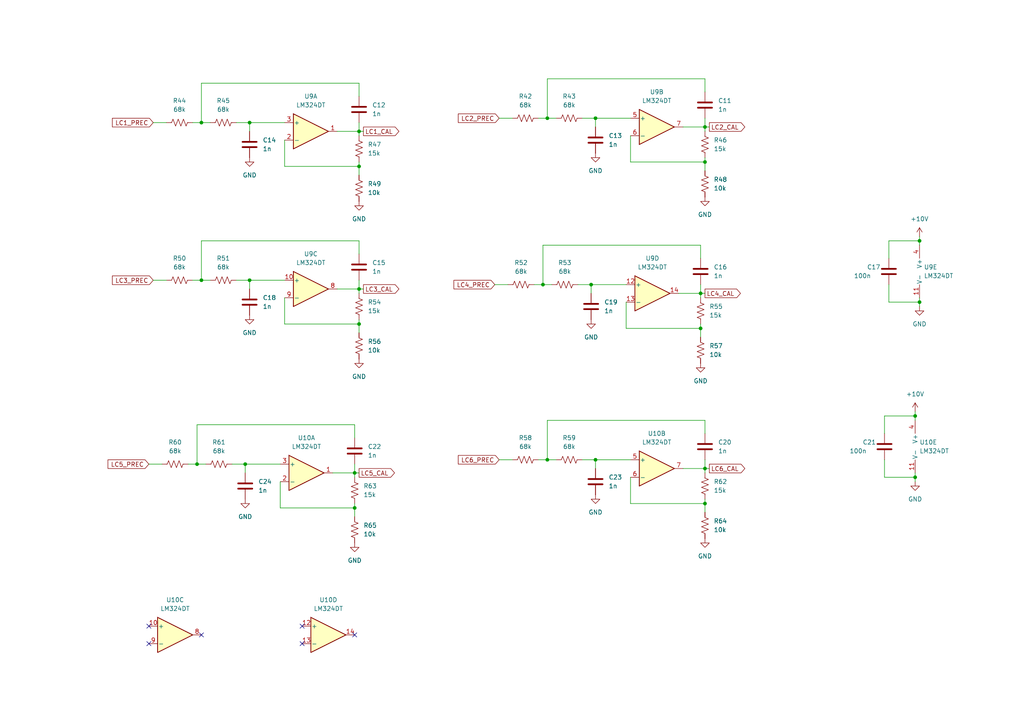
<source format=kicad_sch>
(kicad_sch (version 20211123) (generator eeschema)
  (paper "A4")
  (title_block (title "Load Cell Anti-Aliasing") (rev "1") (company "Rice Eclipse"))
  (lib_symbols
    (symbol "Amplifier_Operational:LM324" (pin_names (offset 0.127))
      (property "Reference" "U" (at 0 5.08 0))
      (property "Value" "LM324" (at 0 -5.08 0))
      (symbol "LM324_1_1"
        (polyline (pts (xy -5.08 5.08) (xy 5.08 0) (xy -5.08 -5.08) (xy -5.08 5.08)) (stroke (width 0.254)) (fill (type background)))
        (pin output line (at 7.62 0 180) (length 2.54) (name "~") (number "1"))
        (pin input line (at -7.62 -2.54 0) (length 2.54) (name "-") (number "2"))
        (pin input line (at -7.62 2.54 0) (length 2.54) (name "+") (number "3"))
      )
      (symbol "LM324_2_1"
        (polyline (pts (xy -5.08 5.08) (xy 5.08 0) (xy -5.08 -5.08) (xy -5.08 5.08)) (stroke (width 0.254)) (fill (type background)))
        (pin input line (at -7.62 2.54 0) (length 2.54) (name "+") (number "5"))
        (pin input line (at -7.62 -2.54 0) (length 2.54) (name "-") (number "6"))
        (pin output line (at 7.62 0 180) (length 2.54) (name "~") (number "7"))
      )
      (symbol "LM324_3_1"
        (polyline (pts (xy -5.08 5.08) (xy 5.08 0) (xy -5.08 -5.08) (xy -5.08 5.08)) (stroke (width 0.254)) (fill (type background)))
        (pin input line (at -7.62 2.54 0) (length 2.54) (name "+") (number "10"))
        (pin output line (at 7.62 0 180) (length 2.54) (name "~") (number "8"))
        (pin input line (at -7.62 -2.54 0) (length 2.54) (name "-") (number "9"))
      )
      (symbol "LM324_4_1"
        (polyline (pts (xy -5.08 5.08) (xy 5.08 0) (xy -5.08 -5.08) (xy -5.08 5.08)) (stroke (width 0.254)) (fill (type background)))
        (pin input line (at -7.62 2.54 0) (length 2.54) (name "+") (number "12"))
        (pin input line (at -7.62 -2.54 0) (length 2.54) (name "-") (number "13"))
        (pin output line (at 7.62 0 180) (length 2.54) (name "~") (number "14"))
      )
      (symbol "LM324_5_1"
        (pin power_in line (at -2.54 -7.62 90) (length 3.81) (name "V-") (number "11"))
        (pin power_in line (at -2.54 7.62 270) (length 3.81) (name "V+") (number "4"))
      )
    )
    (symbol "Device:C" (pin_numbers hide) (pin_names (offset 0.254))
      (property "Reference" "C" (at 0.635 2.54 0))
      (property "Value" "C" (at 0.635 -2.54 0))
      (symbol "C_0_1"
        (polyline (pts (xy -2.032 -0.762) (xy 2.032 -0.762)) (stroke (width 0.508)))
        (polyline (pts (xy -2.032 0.762) (xy 2.032 0.762)) (stroke (width 0.508)))
      )
      (symbol "C_1_1"
        (pin passive line (at 0 3.81 270) (length 2.794) (name "~") (number "1"))
        (pin passive line (at 0 -3.81 90) (length 2.794) (name "~") (number "2"))
      )
    )
    (symbol "Device:R_US" (pin_numbers hide) (pin_names (offset 0))
      (property "Reference" "R" (at 2.54 0 90))
      (property "Value" "R_US" (at -2.54 0 90))
      (symbol "R_US_0_1"
        (polyline (pts (xy 0 -2.286) (xy 0 -2.54)))
        (polyline (pts (xy 0 2.286) (xy 0 2.54)))
        (polyline (pts (xy 0 -0.762) (xy 1.016 -1.143) (xy 0 -1.524) (xy -1.016 -1.905) (xy 0 -2.286)))
        (polyline (pts (xy 0 0.762) (xy 1.016 0.381) (xy 0 0) (xy -1.016 -0.381) (xy 0 -0.762)))
        (polyline (pts (xy 0 2.286) (xy 1.016 1.905) (xy 0 1.524) (xy -1.016 1.143) (xy 0 0.762)))
      )
      (symbol "R_US_1_1"
        (pin passive line (at 0 3.81 270) (length 1.27) (name "~") (number "1"))
        (pin passive line (at 0 -3.81 90) (length 1.27) (name "~") (number "2"))
      )
    )
    (symbol "power:+10V" (power) (pin_names (offset 0))
      (property "Value" "+10V" (at 0 3.556 0))
      (symbol "+10V_0_1"
        (polyline (pts (xy -0.762 1.27) (xy 0 2.54)))
        (polyline (pts (xy 0 0) (xy 0 2.54)))
        (polyline (pts (xy 0 2.54) (xy 0.762 1.27)))
      )
      (symbol "+10V_1_1"
        (pin power_in line (at 0 0 90) (length 0) hide (name "+10V") (number "1"))
      )
    )
    (symbol "power:GND" (power) (pin_names (offset 0))
      (property "Value" "GND" (at 0 -3.81 0))
      (symbol "GND_0_1"
        (polyline (pts (xy 0 0) (xy 0 -1.27) (xy 1.27 -1.27) (xy 0 -2.54) (xy -1.27 -1.27) (xy 0 -1.27)))
      )
      (symbol "GND_1_1"
        (pin power_in line (at 0 0 270) (length 0) hide (name "GND") (number "1"))
      )
    )
  )
  (junction (at 104.14 38.1))
  (junction (at 171.45 82.55))
  (junction (at 172.72 34.29))
  (junction (at 157.48 82.55))
  (junction (at 203.2 95.25))
  (junction (at 265.43 120.65))
  (junction (at 204.47 46.99))
  (junction (at 72.39 81.28))
  (junction (at 102.87 147.32))
  (junction (at 204.47 146.05))
  (junction (at 104.14 93.98))
  (junction (at 266.7 87.63))
  (junction (at 58.42 35.56))
  (junction (at 104.14 48.26))
  (junction (at 104.14 83.82))
  (junction (at 71.12 134.62))
  (junction (at 102.87 137.16))
  (junction (at 266.7 69.85))
  (junction (at 265.43 138.43))
  (junction (at 72.39 35.56))
  (junction (at 58.42 81.28))
  (junction (at 203.2 85.09))
  (junction (at 172.72 133.35))
  (junction (at 57.15 134.62))
  (junction (at 204.47 135.89))
  (junction (at 204.47 36.83))
  (junction (at 158.75 133.35))
  (junction (at 158.75 34.29))
  (no_connect (at 87.63 181.61))
  (no_connect (at 87.63 186.69))
  (no_connect (at 102.87 184.15))
  (no_connect (at 43.18 181.61))
  (no_connect (at 43.18 186.69))
  (no_connect (at 58.42 184.15))
  (wire (pts (xy 204.47 135.89) (xy 204.47 133.35)))
  (wire (pts (xy 182.88 146.05) (xy 204.47 146.05)))
  (wire (pts (xy 102.87 147.32) (xy 102.87 149.86)))
  (wire (pts (xy 266.7 87.63) (xy 257.81 87.63)))
  (wire (pts (xy 58.42 81.28) (xy 58.42 69.85)))
  (wire (pts (xy 82.55 93.98) (xy 104.14 93.98)))
  (wire (pts (xy 97.79 38.1) (xy 104.14 38.1)))
  (wire (pts (xy 204.47 135.89) (xy 205.74 135.89)))
  (wire (pts (xy 203.2 85.09) (xy 203.2 82.55)))
  (wire (pts (xy 181.61 87.63) (xy 181.61 95.25)))
  (wire (pts (xy 265.43 139.7) (xy 265.43 138.43)))
  (wire (pts (xy 265.43 119.38) (xy 265.43 120.65)))
  (wire (pts (xy 171.45 82.55) (xy 181.61 82.55)))
  (wire (pts (xy 102.87 146.05) (xy 102.87 147.32)))
  (wire (pts (xy 58.42 35.56) (xy 60.96 35.56)))
  (wire (pts (xy 172.72 133.35) (xy 182.88 133.35)))
  (wire (pts (xy 72.39 35.56) (xy 72.39 38.1)))
  (wire (pts (xy 266.7 88.9) (xy 266.7 87.63)))
  (wire (pts (xy 204.47 144.78) (xy 204.47 146.05)))
  (wire (pts (xy 181.61 95.25) (xy 203.2 95.25)))
  (wire (pts (xy 204.47 36.83) (xy 205.74 36.83)))
  (wire (pts (xy 72.39 81.28) (xy 82.55 81.28)))
  (wire (pts (xy 203.2 85.09) (xy 203.2 86.36)))
  (wire (pts (xy 58.42 35.56) (xy 58.42 24.13)))
  (wire (pts (xy 104.14 38.1) (xy 104.14 39.37)))
  (wire (pts (xy 182.88 46.99) (xy 204.47 46.99)))
  (wire (pts (xy 168.91 133.35) (xy 172.72 133.35)))
  (wire (pts (xy 157.48 82.55) (xy 160.02 82.55)))
  (wire (pts (xy 198.12 135.89) (xy 204.47 135.89)))
  (wire (pts (xy 204.47 36.83) (xy 204.47 34.29)))
  (wire (pts (xy 257.81 74.93) (xy 257.81 69.85)))
  (wire (pts (xy 157.48 71.12) (xy 203.2 71.12)))
  (wire (pts (xy 144.78 34.29) (xy 148.59 34.29)))
  (wire (pts (xy 58.42 69.85) (xy 104.14 69.85)))
  (wire (pts (xy 104.14 46.99) (xy 104.14 48.26)))
  (wire (pts (xy 67.31 134.62) (xy 71.12 134.62)))
  (wire (pts (xy 203.2 85.09) (xy 204.47 85.09)))
  (wire (pts (xy 104.14 69.85) (xy 104.14 73.66)))
  (wire (pts (xy 182.88 39.37) (xy 182.88 46.99)))
  (wire (pts (xy 158.75 22.86) (xy 204.47 22.86)))
  (wire (pts (xy 168.91 34.29) (xy 172.72 34.29)))
  (wire (pts (xy 104.14 38.1) (xy 104.14 35.56)))
  (wire (pts (xy 44.45 81.28) (xy 48.26 81.28)))
  (wire (pts (xy 81.28 139.7) (xy 81.28 147.32)))
  (wire (pts (xy 82.55 48.26) (xy 104.14 48.26)))
  (wire (pts (xy 72.39 35.56) (xy 82.55 35.56)))
  (wire (pts (xy 104.14 92.71) (xy 104.14 93.98)))
  (wire (pts (xy 158.75 133.35) (xy 158.75 121.92)))
  (wire (pts (xy 55.88 81.28) (xy 58.42 81.28)))
  (wire (pts (xy 156.21 34.29) (xy 158.75 34.29)))
  (wire (pts (xy 102.87 137.16) (xy 102.87 138.43)))
  (wire (pts (xy 58.42 81.28) (xy 60.96 81.28)))
  (wire (pts (xy 257.81 69.85) (xy 266.7 69.85)))
  (wire (pts (xy 72.39 81.28) (xy 72.39 83.82)))
  (wire (pts (xy 143.51 82.55) (xy 147.32 82.55)))
  (wire (pts (xy 58.42 24.13) (xy 104.14 24.13)))
  (wire (pts (xy 144.78 133.35) (xy 148.59 133.35)))
  (wire (pts (xy 265.43 121.92) (xy 265.43 120.65)))
  (wire (pts (xy 167.64 82.55) (xy 171.45 82.55)))
  (wire (pts (xy 265.43 138.43) (xy 256.54 138.43)))
  (wire (pts (xy 182.88 138.43) (xy 182.88 146.05)))
  (wire (pts (xy 158.75 34.29) (xy 158.75 22.86)))
  (wire (pts (xy 104.14 38.1) (xy 105.41 38.1)))
  (wire (pts (xy 203.2 71.12) (xy 203.2 74.93)))
  (wire (pts (xy 55.88 35.56) (xy 58.42 35.56)))
  (wire (pts (xy 104.14 48.26) (xy 104.14 50.8)))
  (wire (pts (xy 172.72 34.29) (xy 172.72 36.83)))
  (wire (pts (xy 204.47 36.83) (xy 204.47 38.1)))
  (wire (pts (xy 266.7 69.85) (xy 266.7 71.12)))
  (wire (pts (xy 82.55 40.64) (xy 82.55 48.26)))
  (wire (pts (xy 157.48 82.55) (xy 157.48 71.12)))
  (wire (pts (xy 198.12 36.83) (xy 204.47 36.83)))
  (wire (pts (xy 203.2 95.25) (xy 203.2 97.79)))
  (wire (pts (xy 71.12 134.62) (xy 81.28 134.62)))
  (wire (pts (xy 256.54 125.73) (xy 256.54 120.65)))
  (wire (pts (xy 104.14 83.82) (xy 105.41 83.82)))
  (wire (pts (xy 158.75 121.92) (xy 204.47 121.92)))
  (wire (pts (xy 44.45 35.56) (xy 48.26 35.56)))
  (wire (pts (xy 256.54 120.65) (xy 265.43 120.65)))
  (wire (pts (xy 266.7 87.63) (xy 266.7 86.36)))
  (wire (pts (xy 256.54 138.43) (xy 256.54 133.35)))
  (wire (pts (xy 257.81 87.63) (xy 257.81 82.55)))
  (wire (pts (xy 96.52 137.16) (xy 102.87 137.16)))
  (wire (pts (xy 204.47 146.05) (xy 204.47 148.59)))
  (wire (pts (xy 172.72 133.35) (xy 172.72 135.89)))
  (wire (pts (xy 81.28 147.32) (xy 102.87 147.32)))
  (wire (pts (xy 158.75 133.35) (xy 161.29 133.35)))
  (wire (pts (xy 172.72 34.29) (xy 182.88 34.29)))
  (wire (pts (xy 102.87 137.16) (xy 102.87 134.62)))
  (wire (pts (xy 203.2 93.98) (xy 203.2 95.25)))
  (wire (pts (xy 97.79 83.82) (xy 104.14 83.82)))
  (wire (pts (xy 265.43 138.43) (xy 265.43 137.16)))
  (wire (pts (xy 154.94 82.55) (xy 157.48 82.55)))
  (wire (pts (xy 57.15 134.62) (xy 57.15 123.19)))
  (wire (pts (xy 266.7 68.58) (xy 266.7 69.85)))
  (wire (pts (xy 102.87 123.19) (xy 102.87 127)))
  (wire (pts (xy 104.14 83.82) (xy 104.14 81.28)))
  (wire (pts (xy 204.47 135.89) (xy 204.47 137.16)))
  (wire (pts (xy 204.47 45.72) (xy 204.47 46.99)))
  (wire (pts (xy 158.75 34.29) (xy 161.29 34.29)))
  (wire (pts (xy 156.21 133.35) (xy 158.75 133.35)))
  (wire (pts (xy 204.47 46.99) (xy 204.47 49.53)))
  (wire (pts (xy 104.14 24.13) (xy 104.14 27.94)))
  (wire (pts (xy 68.58 35.56) (xy 72.39 35.56)))
  (wire (pts (xy 82.55 86.36) (xy 82.55 93.98)))
  (wire (pts (xy 104.14 83.82) (xy 104.14 85.09)))
  (wire (pts (xy 71.12 134.62) (xy 71.12 137.16)))
  (wire (pts (xy 43.18 134.62) (xy 46.99 134.62)))
  (wire (pts (xy 54.61 134.62) (xy 57.15 134.62)))
  (wire (pts (xy 57.15 123.19) (xy 102.87 123.19)))
  (wire (pts (xy 57.15 134.62) (xy 59.69 134.62)))
  (wire (pts (xy 104.14 93.98) (xy 104.14 96.52)))
  (wire (pts (xy 102.87 137.16) (xy 104.14 137.16)))
  (wire (pts (xy 171.45 82.55) (xy 171.45 85.09)))
  (wire (pts (xy 204.47 121.92) (xy 204.47 125.73)))
  (wire (pts (xy 204.47 22.86) (xy 204.47 26.67)))
  (wire (pts (xy 196.85 85.09) (xy 203.2 85.09)))
  (wire (pts (xy 68.58 81.28) (xy 72.39 81.28)))
  (global_label "LC5_PREC" (shape input) (at 43.18 134.62 180) (property "Intersheet References" "${INTERSHEET_REFS}" (effects hide)))
  (global_label "LC6_PREC" (shape input) (at 144.78 133.35 180) (property "Intersheet References" "${INTERSHEET_REFS}" (effects hide)))
  (global_label "LC5_CAL" (shape output) (at 104.14 137.16 0) (property "Intersheet References" "${INTERSHEET_REFS}" (effects hide)))
  (global_label "LC4_PREC" (shape input) (at 143.51 82.55 180) (property "Intersheet References" "${INTERSHEET_REFS}" (effects hide)))
  (global_label "LC1_PREC" (shape input) (at 44.45 35.56 180) (property "Intersheet References" "${INTERSHEET_REFS}" (effects hide)))
  (global_label "LC2_PREC" (shape input) (at 144.78 34.29 180) (property "Intersheet References" "${INTERSHEET_REFS}" (effects hide)))
  (global_label "LC3_CAL" (shape output) (at 105.41 83.82 0) (property "Intersheet References" "${INTERSHEET_REFS}" (effects hide)))
  (global_label "LC2_CAL" (shape output) (at 205.74 36.83 0) (property "Intersheet References" "${INTERSHEET_REFS}" (effects hide)))
  (global_label "LC1_CAL" (shape output) (at 105.41 38.1 0) (property "Intersheet References" "${INTERSHEET_REFS}" (effects hide)))
  (global_label "LC3_PREC" (shape input) (at 44.45 81.28 180) (property "Intersheet References" "${INTERSHEET_REFS}" (effects hide)))
  (global_label "LC6_CAL" (shape output) (at 205.74 135.89 0) (property "Intersheet References" "${INTERSHEET_REFS}" (effects hide)))
  (global_label "LC4_CAL" (shape output) (at 204.47 85.09 0) (property "Intersheet References" "${INTERSHEET_REFS}" (effects hide)))
  (symbol (lib_id "Device:R_US") (at 165.1 133.35 90) (unit 1)
    (property "Reference" "R59" (at 165.1 127 90))
    (property "Value" "68k" (at 165.1 129.54 90))
    (property "Footprint" "Resistor_SMD:R_1206_3216Metric" (effects hide))
  )
  (symbol (lib_id "Device:R_US") (at 102.87 142.24 0) (unit 1)
    (property "Reference" "R63" (at 105.41 140.9699 0) (effects (justify left)))
    (property "Value" "15k" (at 105.41 143.5099 0) (effects (justify left)))
    (property "Footprint" "Resistor_SMD:R_1206_3216Metric" (effects hide))
  )
  (symbol (lib_id "Device:R_US") (at 163.83 82.55 90) (unit 1)
    (property "Reference" "R53" (at 163.83 76.2 90))
    (property "Value" "68k" (at 163.83 78.74 90))
    (property "Footprint" "Resistor_SMD:R_1206_3216Metric" (effects hide))
  )
  (symbol (lib_id "Amplifier_Operational:LM324") (at 90.17 38.1 0) (unit 1)
    (property "Reference" "U9" (at 90.17 27.94 0))
    (property "Value" "LM324DT" (at 90.17 30.48 0))
    (property "Footprint" "Package_SO:SOIC-14_3.9x8.7mm_P1.27mm" (effects hide))
    (property "Datasheet" "http://www.ti.com/lit/ds/symlink/lm2902-n.pdf" (effects hide))
  )
  (symbol (lib_id "Device:R_US") (at 104.14 100.33 0) (unit 1)
    (property "Reference" "R56" (at 106.68 99.0599 0) (effects (justify left)))
    (property "Value" "10k" (at 106.68 101.5999 0) (effects (justify left)))
    (property "Footprint" "Resistor_SMD:R_1206_3216Metric" (effects hide))
  )
  (symbol (lib_id "Device:R_US") (at 203.2 101.6 0) (unit 1)
    (property "Reference" "R57" (at 205.74 100.3299 0) (effects (justify left)))
    (property "Value" "10k" (at 205.74 102.8699 0) (effects (justify left)))
    (property "Footprint" "Resistor_SMD:R_1206_3216Metric" (effects hide))
  )
  (symbol (lib_id "Device:C") (at 72.39 41.91 0) (unit 1)
    (property "Reference" "C14" (at 76.2 40.6399 0) (effects (justify left)))
    (property "Value" "1n" (at 76.2 43.1799 0) (effects (justify left)))
    (property "Footprint" "Capacitor_SMD:C_1206_3216Metric" (effects hide))
  )
  (symbol (lib_id "Device:R_US") (at 102.87 153.67 0) (unit 1)
    (property "Reference" "R65" (at 105.41 152.3999 0) (effects (justify left)))
    (property "Value" "10k" (at 105.41 154.9399 0) (effects (justify left)))
    (property "Footprint" "Resistor_SMD:R_1206_3216Metric" (effects hide))
  )
  (symbol (lib_id "Device:C") (at 102.87 130.81 0) (unit 1)
    (property "Reference" "C22" (at 106.68 129.5399 0) (effects (justify left)))
    (property "Value" "1n" (at 106.68 132.0799 0) (effects (justify left)))
    (property "Footprint" "Capacitor_SMD:C_1206_3216Metric" (effects hide))
  )
  (symbol (lib_id "power:+10V") (at 265.43 119.38 0) (unit 1)
    (property "Reference" "#PWR0105" (effects hide))
    (property "Value" "+10V" (at 265.43 114.3 0))
  )
  (symbol (lib_id "Device:R_US") (at 152.4 34.29 90) (unit 1)
    (property "Reference" "R42" (at 152.4 27.94 90))
    (property "Value" "68k" (at 152.4 30.48 90))
    (property "Footprint" "Resistor_SMD:R_1206_3216Metric" (effects hide))
  )
  (symbol (lib_id "Device:R_US") (at 152.4 133.35 90) (unit 1)
    (property "Reference" "R58" (at 152.4 127 90))
    (property "Value" "68k" (at 152.4 129.54 90))
    (property "Footprint" "Resistor_SMD:R_1206_3216Metric" (effects hide))
  )
  (symbol (lib_id "Amplifier_Operational:LM324") (at 50.8 184.15 0) (unit 3)
    (property "Reference" "U10" (at 50.8 173.99 0))
    (property "Value" "LM324DT" (at 50.8 176.53 0))
    (property "Footprint" "Package_SO:SOIC-14_3.9x8.7mm_P1.27mm" (effects hide))
    (property "Datasheet" "http://www.ti.com/lit/ds/symlink/lm2902-n.pdf" (effects hide))
  )
  (symbol (lib_id "Device:R_US") (at 204.47 152.4 0) (unit 1)
    (property "Reference" "R64" (at 207.01 151.1299 0) (effects (justify left)))
    (property "Value" "10k" (at 207.01 153.6699 0) (effects (justify left)))
    (property "Footprint" "Resistor_SMD:R_1206_3216Metric" (effects hide))
  )
  (symbol (lib_id "power:GND") (at 204.47 57.15 0) (unit 1)
    (property "Reference" "#PWR097" (effects hide))
    (property "Value" "GND" (at 204.47 62.23 0))
  )
  (symbol (lib_id "Device:C") (at 203.2 78.74 0) (unit 1)
    (property "Reference" "C16" (at 207.01 77.4699 0) (effects (justify left)))
    (property "Value" "1n" (at 207.01 80.0099 0) (effects (justify left)))
    (property "Footprint" "Capacitor_SMD:C_1206_3216Metric" (effects hide))
  )
  (symbol (lib_id "Amplifier_Operational:LM324") (at 190.5 135.89 0) (unit 2)
    (property "Reference" "U10" (at 190.5 125.73 0))
    (property "Value" "LM324DT" (at 190.5 128.27 0))
    (property "Footprint" "Package_SO:SOIC-14_3.9x8.7mm_P1.27mm" (effects hide))
    (property "Datasheet" "http://www.ti.com/lit/ds/symlink/lm2902-n.pdf" (effects hide))
  )
  (symbol (lib_id "Device:C") (at 172.72 139.7 0) (unit 1)
    (property "Reference" "C23" (at 176.53 138.4299 0) (effects (justify left)))
    (property "Value" "1n" (at 176.53 140.9699 0) (effects (justify left)))
    (property "Footprint" "Capacitor_SMD:C_1206_3216Metric" (effects hide))
  )
  (symbol (lib_id "Device:C") (at 256.54 129.54 0) (unit 1)
    (property "Reference" "C21" (at 250.19 128.27 0) (effects (justify left)))
    (property "Value" "100n" (at 246.38 130.81 0) (effects (justify left)))
    (property "Footprint" "Capacitor_SMD:C_1206_3216Metric" (effects hide))
  )
  (symbol (lib_id "Device:R_US") (at 63.5 134.62 90) (unit 1)
    (property "Reference" "R61" (at 63.5 128.27 90))
    (property "Value" "68k" (at 63.5 130.81 90))
    (property "Footprint" "Resistor_SMD:R_1206_3216Metric" (effects hide))
  )
  (symbol (lib_id "Device:R_US") (at 50.8 134.62 90) (unit 1)
    (property "Reference" "R60" (at 50.8 128.27 90))
    (property "Value" "68k" (at 50.8 130.81 90))
    (property "Footprint" "Resistor_SMD:R_1206_3216Metric" (effects hide))
  )
  (symbol (lib_id "power:GND") (at 265.43 139.7 0) (unit 1)
    (property "Reference" "#PWR0106" (effects hide))
    (property "Value" "GND" (at 265.43 144.78 0))
  )
  (symbol (lib_id "Device:R_US") (at 203.2 90.17 0) (unit 1)
    (property "Reference" "R55" (at 205.74 88.8999 0) (effects (justify left)))
    (property "Value" "15k" (at 205.74 91.4399 0) (effects (justify left)))
    (property "Footprint" "Resistor_SMD:R_1206_3216Metric" (effects hide))
  )
  (symbol (lib_id "power:GND") (at 104.14 104.14 0) (unit 1)
    (property "Reference" "#PWR0103" (effects hide))
    (property "Value" "GND" (at 104.14 109.22 0))
  )
  (symbol (lib_id "Device:C") (at 71.12 140.97 0) (unit 1)
    (property "Reference" "C24" (at 74.93 139.6999 0) (effects (justify left)))
    (property "Value" "1n" (at 74.93 142.2399 0) (effects (justify left)))
    (property "Footprint" "Capacitor_SMD:C_1206_3216Metric" (effects hide))
  )
  (symbol (lib_id "Amplifier_Operational:LM324") (at 95.25 184.15 0) (unit 4)
    (property "Reference" "U10" (at 95.25 173.99 0))
    (property "Value" "LM324DT" (at 95.25 176.53 0))
    (property "Footprint" "Package_SO:SOIC-14_3.9x8.7mm_P1.27mm" (effects hide))
    (property "Datasheet" "http://www.ti.com/lit/ds/symlink/lm2902-n.pdf" (effects hide))
  )
  (symbol (lib_id "Device:C") (at 72.39 87.63 0) (unit 1)
    (property "Reference" "C18" (at 76.2 86.3599 0) (effects (justify left)))
    (property "Value" "1n" (at 76.2 88.8999 0) (effects (justify left)))
    (property "Footprint" "Capacitor_SMD:C_1206_3216Metric" (effects hide))
  )
  (symbol (lib_id "Device:C") (at 204.47 30.48 0) (unit 1)
    (property "Reference" "C11" (at 208.28 29.2099 0) (effects (justify left)))
    (property "Value" "1n" (at 208.28 31.7499 0) (effects (justify left)))
    (property "Footprint" "Capacitor_SMD:C_1206_3216Metric" (effects hide))
  )
  (symbol (lib_id "Device:C") (at 172.72 40.64 0) (unit 1)
    (property "Reference" "C13" (at 176.53 39.3699 0) (effects (justify left)))
    (property "Value" "1n" (at 176.53 41.9099 0) (effects (justify left)))
    (property "Footprint" "Capacitor_SMD:C_1206_3216Metric" (effects hide))
  )
  (symbol (lib_id "Device:R_US") (at 104.14 43.18 0) (unit 1)
    (property "Reference" "R47" (at 106.68 41.9099 0) (effects (justify left)))
    (property "Value" "15k" (at 106.68 44.4499 0) (effects (justify left)))
    (property "Footprint" "Resistor_SMD:R_1206_3216Metric" (effects hide))
  )
  (symbol (lib_id "Device:R_US") (at 64.77 35.56 90) (unit 1)
    (property "Reference" "R45" (at 64.77 29.21 90))
    (property "Value" "68k" (at 64.77 31.75 90))
    (property "Footprint" "Resistor_SMD:R_1206_3216Metric" (effects hide))
  )
  (symbol (lib_id "Device:C") (at 204.47 129.54 0) (unit 1)
    (property "Reference" "C20" (at 208.28 128.2699 0) (effects (justify left)))
    (property "Value" "1n" (at 208.28 130.8099 0) (effects (justify left)))
    (property "Footprint" "Capacitor_SMD:C_1206_3216Metric" (effects hide))
  )
  (symbol (lib_id "Amplifier_Operational:LM324") (at 190.5 36.83 0) (unit 2)
    (property "Reference" "U9" (at 190.5 26.67 0))
    (property "Value" "LM324DT" (at 190.5 29.21 0))
    (property "Footprint" "Package_SO:SOIC-14_3.9x8.7mm_P1.27mm" (effects hide))
    (property "Datasheet" "http://www.ti.com/lit/ds/symlink/lm2902-n.pdf" (effects hide))
  )
  (symbol (lib_id "Device:R_US") (at 204.47 140.97 0) (unit 1)
    (property "Reference" "R62" (at 207.01 139.6999 0) (effects (justify left)))
    (property "Value" "15k" (at 207.01 142.2399 0) (effects (justify left)))
    (property "Footprint" "Resistor_SMD:R_1206_3216Metric" (effects hide))
  )
  (symbol (lib_id "Amplifier_Operational:LM324") (at 189.23 85.09 0) (unit 4)
    (property "Reference" "U9" (at 189.23 74.93 0))
    (property "Value" "LM324DT" (at 189.23 77.47 0))
    (property "Footprint" "Package_SO:SOIC-14_3.9x8.7mm_P1.27mm" (effects hide))
    (property "Datasheet" "http://www.ti.com/lit/ds/symlink/lm2902-n.pdf" (effects hide))
  )
  (symbol (lib_id "Device:R_US") (at 165.1 34.29 90) (unit 1)
    (property "Reference" "R43" (at 165.1 27.94 90))
    (property "Value" "68k" (at 165.1 30.48 90))
    (property "Footprint" "Resistor_SMD:R_1206_3216Metric" (effects hide))
  )
  (symbol (lib_id "power:GND") (at 71.12 144.78 0) (unit 1)
    (property "Reference" "#PWR0108" (effects hide))
    (property "Value" "GND" (at 71.12 149.86 0))
  )
  (symbol (lib_id "power:GND") (at 102.87 157.48 0) (unit 1)
    (property "Reference" "#PWR0110" (effects hide))
    (property "Value" "GND" (at 102.87 162.56 0))
  )
  (symbol (lib_id "Device:R_US") (at 204.47 53.34 0) (unit 1)
    (property "Reference" "R48" (at 207.01 52.0699 0) (effects (justify left)))
    (property "Value" "10k" (at 207.01 54.6099 0) (effects (justify left)))
    (property "Footprint" "Resistor_SMD:R_1206_3216Metric" (effects hide))
  )
  (symbol (lib_id "power:GND") (at 266.7 88.9 0) (unit 1)
    (property "Reference" "#PWR0100" (effects hide))
    (property "Value" "GND" (at 266.7 93.98 0))
  )
  (symbol (lib_id "Device:C") (at 104.14 77.47 0) (unit 1)
    (property "Reference" "C15" (at 107.95 76.1999 0) (effects (justify left)))
    (property "Value" "1n" (at 107.95 78.7399 0) (effects (justify left)))
    (property "Footprint" "Capacitor_SMD:C_1206_3216Metric" (effects hide))
  )
  (symbol (lib_id "Amplifier_Operational:LM324") (at 269.24 78.74 0) (unit 5)
    (property "Reference" "U9" (at 267.97 77.4699 0) (effects (justify left)))
    (property "Value" "LM324DT" (at 267.97 80.0099 0) (effects (justify left)))
    (property "Footprint" "Package_SO:SOIC-14_3.9x8.7mm_P1.27mm" (effects hide))
    (property "Datasheet" "http://www.ti.com/lit/ds/symlink/lm2902-n.pdf" (effects hide))
  )
  (symbol (lib_id "power:GND") (at 72.39 91.44 0) (unit 1)
    (property "Reference" "#PWR0101" (effects hide))
    (property "Value" "GND" (at 72.39 96.52 0))
  )
  (symbol (lib_id "Device:R_US") (at 151.13 82.55 90) (unit 1)
    (property "Reference" "R52" (at 151.13 76.2 90))
    (property "Value" "68k" (at 151.13 78.74 90))
    (property "Footprint" "Resistor_SMD:R_1206_3216Metric" (effects hide))
  )
  (symbol (lib_id "power:GND") (at 171.45 92.71 0) (unit 1)
    (property "Reference" "#PWR0102" (effects hide))
    (property "Value" "GND" (at 171.45 97.79 0))
  )
  (symbol (lib_id "Amplifier_Operational:LM324") (at 90.17 83.82 0) (unit 3)
    (property "Reference" "U9" (at 90.17 73.66 0))
    (property "Value" "LM324DT" (at 90.17 76.2 0))
    (property "Footprint" "Package_SO:SOIC-14_3.9x8.7mm_P1.27mm" (effects hide))
    (property "Datasheet" "http://www.ti.com/lit/ds/symlink/lm2902-n.pdf" (effects hide))
  )
  (symbol (lib_id "Device:C") (at 257.81 78.74 0) (unit 1)
    (property "Reference" "C17" (at 251.46 77.47 0) (effects (justify left)))
    (property "Value" "100n" (at 247.65 80.01 0) (effects (justify left)))
    (property "Footprint" "Capacitor_SMD:C_1206_3216Metric" (effects hide))
  )
  (symbol (lib_id "power:GND") (at 172.72 143.51 0) (unit 1)
    (property "Reference" "#PWR0107" (effects hide))
    (property "Value" "GND" (at 172.72 148.59 0))
  )
  (symbol (lib_id "Amplifier_Operational:LM324") (at 88.9 137.16 0) (unit 1)
    (property "Reference" "U10" (at 88.9 127 0))
    (property "Value" "LM324DT" (at 88.9 129.54 0))
    (property "Footprint" "Package_SO:SOIC-14_3.9x8.7mm_P1.27mm" (effects hide))
    (property "Datasheet" "http://www.ti.com/lit/ds/symlink/lm2902-n.pdf" (effects hide))
  )
  (symbol (lib_id "Device:R_US") (at 104.14 88.9 0) (unit 1)
    (property "Reference" "R54" (at 106.68 87.6299 0) (effects (justify left)))
    (property "Value" "15k" (at 106.68 90.1699 0) (effects (justify left)))
    (property "Footprint" "Resistor_SMD:R_1206_3216Metric" (effects hide))
  )
  (symbol (lib_id "Device:R_US") (at 104.14 54.61 0) (unit 1)
    (property "Reference" "R49" (at 106.68 53.3399 0) (effects (justify left)))
    (property "Value" "10k" (at 106.68 55.8799 0) (effects (justify left)))
    (property "Footprint" "Resistor_SMD:R_1206_3216Metric" (effects hide))
  )
  (symbol (lib_id "Device:C") (at 104.14 31.75 0) (unit 1)
    (property "Reference" "C12" (at 107.95 30.4799 0) (effects (justify left)))
    (property "Value" "1n" (at 107.95 33.0199 0) (effects (justify left)))
    (property "Footprint" "Capacitor_SMD:C_1206_3216Metric" (effects hide))
  )
  (symbol (lib_id "power:GND") (at 203.2 105.41 0) (unit 1)
    (property "Reference" "#PWR0104" (effects hide))
    (property "Value" "GND" (at 203.2 110.49 0))
  )
  (symbol (lib_id "power:GND") (at 104.14 58.42 0) (unit 1)
    (property "Reference" "#PWR098" (effects hide))
    (property "Value" "GND" (at 104.14 63.5 0))
  )
  (symbol (lib_id "Device:R_US") (at 204.47 41.91 0) (unit 1)
    (property "Reference" "R46" (at 207.01 40.6399 0) (effects (justify left)))
    (property "Value" "15k" (at 207.01 43.1799 0) (effects (justify left)))
    (property "Footprint" "Resistor_SMD:R_1206_3216Metric" (effects hide))
  )
  (symbol (lib_id "power:GND") (at 172.72 44.45 0) (unit 1)
    (property "Reference" "#PWR095" (effects hide))
    (property "Value" "GND" (at 172.72 49.53 0))
  )
  (symbol (lib_id "power:GND") (at 204.47 156.21 0) (unit 1)
    (property "Reference" "#PWR0109" (effects hide))
    (property "Value" "GND" (at 204.47 161.29 0))
  )
  (symbol (lib_id "Amplifier_Operational:LM324") (at 267.97 129.54 0) (unit 5)
    (property "Reference" "U10" (at 266.7 128.27 0) (effects (justify left)))
    (property "Value" "LM324DT" (at 266.7 130.8099 0) (effects (justify left)))
    (property "Footprint" "Package_SO:SOIC-14_3.9x8.7mm_P1.27mm" (effects hide))
    (property "Datasheet" "http://www.ti.com/lit/ds/symlink/lm2902-n.pdf" (effects hide))
  )
  (symbol (lib_id "Device:R_US") (at 64.77 81.28 90) (unit 1)
    (property "Reference" "R51" (at 64.77 74.93 90))
    (property "Value" "68k" (at 64.77 77.47 90))
    (property "Footprint" "Resistor_SMD:R_1206_3216Metric" (effects hide))
  )
  (symbol (lib_id "power:+10V") (at 266.7 68.58 0) (unit 1)
    (property "Reference" "#PWR099" (effects hide))
    (property "Value" "+10V" (at 266.7 63.5 0))
  )
  (symbol (lib_id "power:GND") (at 72.39 45.72 0) (unit 1)
    (property "Reference" "#PWR096" (effects hide))
    (property "Value" "GND" (at 72.39 50.8 0))
  )
  (symbol (lib_id "Device:R_US") (at 52.07 81.28 90) (unit 1)
    (property "Reference" "R50" (at 52.07 74.93 90))
    (property "Value" "68k" (at 52.07 77.47 90))
    (property "Footprint" "Resistor_SMD:R_1206_3216Metric" (effects hide))
  )
  (symbol (lib_id "Device:C") (at 171.45 88.9 0) (unit 1)
    (property "Reference" "C19" (at 175.26 87.6299 0) (effects (justify left)))
    (property "Value" "1n" (at 175.26 90.1699 0) (effects (justify left)))
    (property "Footprint" "Capacitor_SMD:C_1206_3216Metric" (effects hide))
  )
  (symbol (lib_id "Device:R_US") (at 52.07 35.56 90) (unit 1)
    (property "Reference" "R44" (at 52.07 29.21 90))
    (property "Value" "68k" (at 52.07 31.75 90))
    (property "Footprint" "Resistor_SMD:R_1206_3216Metric" (effects hide))
  )
)
</source>
